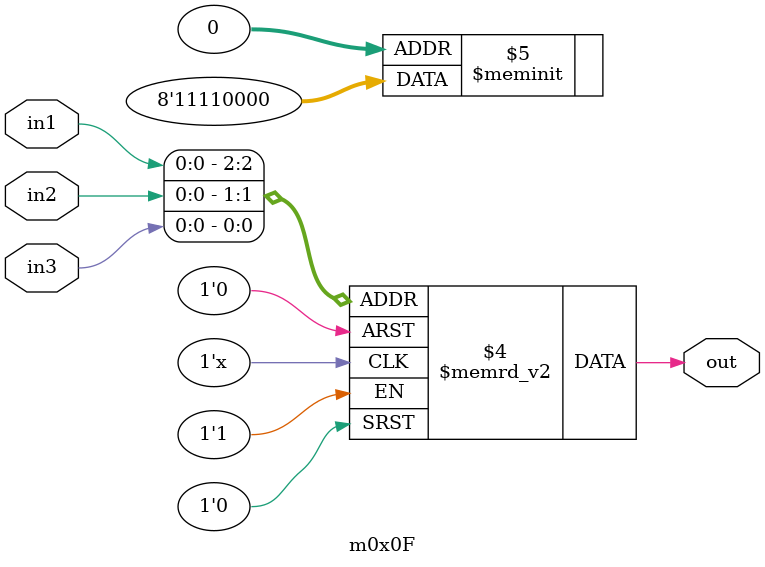
<source format=v>
module m0x0F(output out, input in1, in2, in3);

   always @(in1, in2, in3)
     begin
        case({in1, in2, in3})
          3'b000: {out} = 1'b0;
          3'b001: {out} = 1'b0;
          3'b010: {out} = 1'b0;
          3'b011: {out} = 1'b0;
          3'b100: {out} = 1'b1;
          3'b101: {out} = 1'b1;
          3'b110: {out} = 1'b1;
          3'b111: {out} = 1'b1;
        endcase // case ({in1, in2, in3})
     end // always @ (in1, in2, in3)

endmodule // m0x0F
</source>
